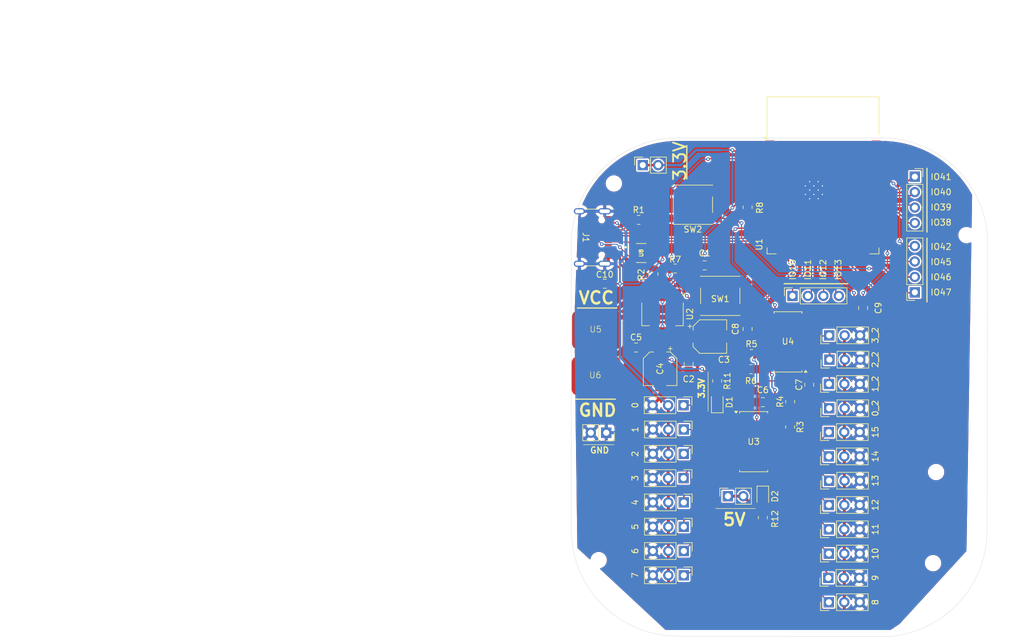
<source format=kicad_pcb>
(kicad_pcb (version 20241229) (generator "pcbnew") (generator_version "9.0")
  (layers (0 "F.Cu" signal) (2 "B.Cu" signal) (13 "F.Paste" user) (15 "B.Paste" user) (5 "F.SilkS" user "F.Silkscreen") (7 "B.SilkS" user "B.Silkscreen") (1 "F.Mask" user) (3 "B.Mask" user) (25 "Edge.Cuts" user))
  (net 0 "")
  (net 2 "Net-(J22-Pin_2)")
  (net 7 "Net-(J22-Pin_1)")
  (net 8 "Net-(J22-Pin_4)")
  (net 11 "Net-(J22-Pin_3)")
  (net 14 "Net-(J23-Pin_1)")
  (net 21 "Net-(J23-Pin_4)")
  (net 22 "Net-(J23-Pin_3)")
  (net 23 "Net-(J23-Pin_2)")
  (net 24 "IO9 SCL")
  (net 25 "GND")
  (net 26 "IO8 SDA")
  (net 27 "D-")
  (net 28 "+3.3V")
  (net 29 "D+")
  (net 31 "VCC")
  (net 32 "LED0")
  (net 33 "Net-(D1-A)")
  (net 35 "LED3")
  (net 36 "LED7")
  (net 37 "LED13")
  (net 38 "LED15")
  (net 39 "LED11")
  (net 40 "LED10")
  (net 41 "LED8")
  (net 42 "LED12")
  (net 43 "LED4")
  (net 44 "LED1")
  (net 45 "LED14")
  (net 46 "LED9")
  (net 47 "LED2")
  (net 48 "LED6")
  (net 49 "LED5")
  (net 51 "LED2_2")
  (net 52 "LED1_2")
  (net 54 "LED0_2")
  (net 57 "Net-(D2-A)")
  (net 66 "LED3_2")
  (net 68 "Net-(U1-EN)")
  (net 69 "IO0")
  (net 70 "+5V")
  (net 71 "Net-(J1-CC1)")
  (net 74 "Net-(J1-CC2)")
  (net 75 "Net-(J24-Pin_1)")
  (net 76 "Net-(J24-Pin_3)")
  (net 77 "Net-(J24-Pin_2)")
  (net 78 "Net-(J24-Pin_4)")
  (net 79 "Net-(J25-Pin_3)")
  (net 80 "Net-(J25-Pin_2)")
  (net 81 "Net-(J25-Pin_1)")
  (net 82 "Net-(J25-Pin_4)")
  (footprint "Connector_PinSocket_2.54mm:PinSocket_1x04_P2.54mm_Vertical" (layer "F.Cu") (at 132.88 78.5 90)
    (property "Reference" "J24" (hide yes))
    (property "Value" "Conn_01x04_Pin")
  )
  (footprint "Connector_PinHeader_2.54mm:PinHeader_1x03_P2.54mm_Vertical" (layer "F.Cu") (at 115 116.5 -90)
    (property "Reference" "5")
    (property "Value" "Conn_01x03_Pin" (hide yes))
  )
  (footprint "Connector_PinHeader_2.54mm:PinHeader_1x03_P2.54mm_Vertical" (layer "F.Cu") (at 138.9025 108.925 90)
    (property "Reference" "13")
    (property "Value" "Conn_01x03_Pin" (hide yes))
  )
  (footprint "Connector_PinHeader_2.54mm:PinHeader_1x03_P2.54mm_Vertical" (layer "F.Cu") (at 115 124.5 -90)
    (property "Reference" "7")
    (property "Value" "Conn_01x03_Pin" (hide yes))
  )
  (footprint "Connector_PinHeader_2.54mm:PinHeader_1x03_P2.54mm_Vertical" (layer "F.Cu") (at 115 104.5 -90)
    (property "Reference" "2")
    (property "Value" "Conn_01x03_Pin" (hide yes))
  )
  (footprint "Capacitor_SMD:C_0805_2012Metric" (layer "F.Cu") (at 125.5 83.95 -90)
    (property "Reference" "C8")
    (property "Value" "100nF")
  )
  (footprint "MountingHole:MountingHole_2.2mm_M2" (layer "F.Cu") (at 156 122.5)
    (property "Reference" "REF**" (hide yes))
    (property "Value" "MountingHole_2.2mm_M2")
  )
  (footprint "Package_TO_SOT_SMD:SOT-223-3_TabPin2" (layer "F.Cu") (at 111.5 81.5 -90)
    (property "Reference" "U2")
    (property "Value" "AMS1117-3.3")
  )
  (footprint "Capacitor_SMD:C_0805_2012Metric" (layer "F.Cu") (at 107.15 87)
    (property "Reference" "C5")
    (property "Value" "100nF")
  )
  (footprint "Connector_PinHeader_2.54mm:PinHeader_1x03_P2.54mm_Vertical" (layer "F.Cu") (at 114.96 108.5 -90)
    (property "Reference" "3")
    (property "Value" "Conn_01x03_Pin" (hide yes))
  )
  (footprint "CustomPad:pad" (layer "F.Cu") (at 96.5 88.5)
    (property "Reference" "U6")
    (property "Value" "~")
  )
  (footprint "Resistor_SMD:R_0805_2012Metric" (layer "F.Cu") (at 128 115 90)
    (property "Reference" "R12")
    (property "Value" "R")
  )
  (footprint "Connector_PinHeader_2.54mm:PinHeader_1x03_P2.54mm_Vertical" (layer "F.Cu") (at 138.92 85 90)
    (property "Reference" "J21" (hide yes))
    (property "Value" "Conn_01x03_Pin" (hide yes))
  )
  (footprint "Connector_PinHeader_2.54mm:PinHeader_1x03_P2.54mm_Vertical" (layer "F.Cu") (at 138.7825 124.925 90)
    (property "Reference" "9")
    (property "Value" "Conn_01x03_Pin" (hide yes))
  )
  (footprint "Resistor_SMD:R_0805_2012Metric" (layer "F.Cu") (at 132.5 100.0875 -90)
    (property "Reference" "R3")
    (property "Value" "R")
  )
  (footprint "Connector_PinSocket_2.54mm:PinSocket_1x04_P2.54mm_Vertical" (layer "F.Cu") (at 153 58.88)
    (property "Reference" "J22" (hide yes))
    (property "Value" "Conn_01x04_Pin")
  )
  (footprint "Capacitor_SMD:C_0805_2012Metric" (layer "F.Cu") (at 118.425 73.48 180)
    (property "Reference" "C1")
    (property "Value" "100nF")
  )
  (footprint "Connector_PinHeader_2.54mm:PinHeader_1x03_P2.54mm_Vertical" (layer "F.Cu") (at 138.8625 104.925 90)
    (property "Reference" "14")
    (property "Value" "Conn_01x03_Pin")
  )
  (footprint "CustomPad:pad" (layer "F.Cu") (at 129.939 125.05 180)
    (property "Reference" "U7" (hide yes))
    (property "Value" "~")
  )
  (footprint "Connector_PinHeader_2.54mm:PinHeader_1x03_P2.54mm_Vertical" (layer "F.Cu") (at 138.8625 116.925 90)
    (property "Reference" "11")
    (property "Value" "Conn_01x03_Pin" (hide yes))
  )
  (footprint "Package_SO:TSSOP-28_4.4x9.7mm_P0.65mm" (layer "F.Cu") (at 132.1375 86.075 180)
    (property "Reference" "U4")
    (property "Value" "PCA9685PW")
  )
  (footprint "Resistor_SMD:R_0805_2012Metric" (layer "F.Cu") (at 126.05 90.575)
    (property "Reference" "R6")
    (property "Value" "4.7k")
  )
  (footprint "Connector_PinHeader_2.54mm:PinHeader_1x03_P2.54mm_Vertical" (layer "F.Cu") (at 138.8625 128.925 90)
    (property "Reference" "8")
    (property "Value" "Conn_01x03_Pin" (hide yes))
  )
  (footprint "LED_SMD:LED_0805_2012Metric" (layer "F.Cu") (at 120.5 96.0625 90)
    (property "Reference" "D1")
    (property "Value" "LED")
  )
  (footprint "Resistor_SMD:R_0805_2012Metric" (layer "F.Cu") (at 113.5875 74 180)
    (property "Reference" "R7")
    (property "Value" "10k")
  )
  (footprint "Capacitor_SMD:C_0805_2012Metric" (layer "F.Cu") (at 115.8 89.7 90)
    (property "Reference" "C2")
    (property "Value" "100nF")
  )
  (footprint "Resistor_SMD:R_0805_2012Metric" (layer "F.Cu") (at 132.5 95.9125 90)
    (property "Reference" "R4")
    (property "Value" "4.7k")
  )
  (footprint "Connector_PinSocket_2.54mm:PinSocket_1x02_P2.54mm_Vertical" (layer "F.Cu") (at 108.25 56.975 90)
    (property "Reference" "J27" (hide yes))
    (property "Value" "Conn_01x02_Pin")
  )
  (footprint "MountingHole:MountingHole_2.2mm_M2" (layer "F.Cu") (at 161.5 68.5)
    (property "Reference" "REF**" (hide yes))
    (property "Value" "MountingHole_2.2mm_M2")
  )
  (footprint "CustomPad:pad" (layer "F.Cu") (at 96.561 80.95)
    (property "Reference" "U5")
    (property "Value" "~")
  )
  (footprint "Resistor_SMD:R_0805_2012Metric" (layer "F.Cu") (at 120.5 92.5 -90)
    (property "Reference" "R11")
    (property "Value" "R")
  )
  (footprint "Connector_PinHeader_2.54mm:PinHeader_1x03_P2.54mm_Vertical" (layer "F.Cu") (at 114.96 96.5 -90)
    (property "Reference" "0")
    (property "Value" "Conn_01x03_Pin" (hide yes))
  )
  (footprint "Connector_USB:USB_C_Receptacle_GCT_USB4105-xx-A_16P_TopMnt_Horizontal" (layer "F.Cu") (at 98.895 68.89 -90)
    (property "Reference" "J1")
    (property "Value" "USB_C_Receptacle_USB2.0_16P")
  )
  (footprint "MountingHole:MountingHole_2.2mm_M2" (layer "F.Cu") (at 156.5 107.5)
    (property "Reference" "REF**" (hide yes))
    (property "Value" "MountingHole_2.2mm_M2")
  )
  (footprint "Resistor_SMD:R_0805_2012Metric" (layer "F.Cu") (at 125.5 63.9125 -90)
    (property "Reference" "R8")
    (property "Value" "10k")
  )
  (footprint "LED_SMD:LED_0805_2012Metric" (layer "F.Cu") (at 128 111.5 -90)
    (property "Reference" "D2")
    (property "Value" "LED")
  )
  (footprint "Capacitor_SMD:CP_Elec_5x5.4" (layer "F.Cu") (at 119.3 85.2)
    (property "Reference" "C3")
    (property "Value" "10uF")
  )
  (footprint "Connector_PinSocket_2.54mm:PinSocket_1x04_P2.54mm_Vertical" (layer "F.Cu") (at 153 77.92 180)
    (property "Reference" "J23" (hide yes))
    (property "Value" "Conn_01x04_Pin")
  )
  (footprint "Resistor_SMD:R_0805_2012Metric" (layer "F.Cu") (at 107.5875 66)
    (property "Reference" "R1")
    (property "Value" "5.1k")
  )
  (footprint "MountingHole:MountingHole_2.2mm_M2" (layer "F.Cu") (at 103.5 60)
    (property "Reference" "REF**" (hide yes))
    (property "Value" "MountingHole_2.2mm_M2" (hide yes))
  )
  (footprint "Connector_PinHeader_2.54mm:PinHeader_1x03_P2.54mm_Vertical" (layer "F.Cu") (at 138.92 97 90)
    (property "Reference" "0_2")
    (property "Value" "Conn_01x03_Pin" (hide yes))
  )
  (footprint "Button_Switch_SMD:SW_SPST_PTS645" (layer "F.Cu") (at 116.5 63.5 180)
    (property "Reference" "SW2")
    (property "Value" "SW_Push")
  )
  (footprint "Connector_PinHeader_2.54mm:PinHeader_1x03_P2.54mm_Vertical" (layer "F.Cu") (at 138.8625 100.925 90)
    (property "Reference" "15")
    (property "Value" "Conn_01x03_Pin" (hide yes))
  )
  (footprint "Resistor_SMD:R_0805_2012Metric" (layer "F.Cu") (at 126.1375 88.075)
    (property "Reference" "R5")
    (property "Value" "R")
  )
  (footprint "Connector_PinHeader_2.54mm:PinHeader_1x03_P2.54mm_Vertical" (layer "F.Cu") (at 115 120.5 -90)
    (property "Reference" "6")
    (property "Value" "Conn_01x03_Pin" (hide yes))
  )
  (footprint "Connector_PinHeader_2.54mm:PinHeader_1x03_P2.54mm_Vertical" (layer "F.Cu") (at 138.88 93 90)
    (property "Reference" "J19" (hide yes))
    (property "Value" "Conn_01x03_Pin")
  )
  (footprint "MountingHole:MountingHole_2.2mm_M2" (layer "F.Cu") (at 101 122)
    (property "Reference" "REF**" (hide yes))
    (property "Value" "MountingHole_2.2mm_M2")
  )
  (footprint "Capacitor_SMD:C_0805_2012Metric" (layer "F.Cu") (at 144.5 80.5 -90)
    (property "Reference" "C9")
    (property "Value" "100nF")
  )
  (footprint "Connector_PinSocket_2.54mm:PinSocket_1x02_P2.54mm_Vertical" (layer "F.Cu") (at 102.25 101.025 -90)
    (property "Reference" "J26" (hide yes))
    (property "Value" "Conn_01x02_Pin")
  )
  (footprint "Connector_PinHeader_2.54mm:PinHeader_1x03_P2.54mm_Vertical" (layer "F.Cu") (at 138.8625 120.925 90)
    (property "Reference" "10")
    (property "Value" "Conn_01x03_Pin" (hide yes))
  )
  (footprint "RF_Module:ESP32-S3-WROOM-1" (layer "F.Cu") (at 137.9 58.64)
    (property "Reference" "U1")
    (property "Value" "ESP32-S3-WROOM-1")
  )
  (footprint "Button_Switch_SMD:SW_SPST_PTS645" (layer "F.Cu") (at 121 78.5 180)
    (property "Reference" "SW1")
    (property "Value" "SW_Push")
  )
  (footprint "Resistor_SMD:R_0805_2012Metric" (layer "F.Cu") (at 110 74.9125 90)
    (property "Reference" "R2")
    (property "Value" "5.1k")
  )
  (footprint "Connector_PinHeader_2.54mm:PinHeader_1x03_P2.54mm_Vertical" (layer "F.Cu") (at 138.96 89 90)
    (property "Reference" "2_2")
    (property "Value" "Conn_01x03_Pin" (hide yes))
  )
  (footprint "Package_SO:TSSOP-28_4.4x9.7mm_P0.65mm" (layer "F.Cu") (at 126.5 102.5)
    (property "Reference" "U3")
    (property "Value" "PCA9685PW")
  )
  (footprint "Capacitor_SMD:C_0805_2012Metric" (layer "F.Cu") (at 135.6375 93.125 90)
    (property "Reference" "C7")
    (property "Value" "100nF")
  )
  (footprint "Connector_PinHeader_2.54mm:PinHeader_1x03_P2.54mm_Vertical" (layer "F.Cu") (at 115 100.5 -90)
    (property "Reference" "1")
    (property "Value" "Conn_01x03_Pin" (hide yes))
  )
  (footprint "Connector_PinSocket_2.54mm:PinSocket_1x02_P2.54mm_Vertical" (layer "F.Cu") (at 122.25 111.475 90)
    (property "Reference" "J28" (hide yes))
    (property "Value" "Conn_01x02_Pin")
  )
  (footprint "Connector_PinHeader_2.54mm:PinHeader_1x03_P2.54mm_Vertical" (layer "F.Cu") (at 115 112.5 -90)
    (property "Reference" "4")
    (property "Value" "Conn_01x03_Pin" (hide yes))
  )
  (footprint "USBLC6-2SC6:USBLC6-2SC6" (layer "F.Cu") (at 108 71.45)
    (property "Reference" "U8")
    (property "Value" "USBLC6-2SC6" (hide yes))
  )
  (footprint "Capacitor_SMD:C_0805_2012Metric" (layer "F.Cu") (at 128 96)
    (property "Reference" "C6")
    (property "Value" "100nF")
  )
  (footprint "Capacitor_SMD:CP_Elec_5x5.4" (layer "F.Cu") (at 111.1 90.5 -90)
    (property "Reference" "C4")
    (property "Value" "10uF")
  )
  (footprint "Connector_PinHeader_2.54mm:PinHeader_1x03_P2.54mm_Vertical" (layer "F.Cu") (at 138.8625 112.925 90)
    (property "Reference" "12")
    (property "Value" "Conn_01x03_Pin" (hide yes))
  )
  (footprint "Capacitor_SMD:C_0805_2012Metric" (layer "F.Cu") (at 102 76.5 180)
    (property "Reference" "C10")
    (property "Value" "100nF")
  )
  (gr_line (start 155 57.5) (end 155 68) (stroke (width 0.2)) (layer "F.SilkS"))
  (gr_line (start 115.5 53.75) (end 115.5 59.25) (stroke (width 0.2)) (layer "F.SilkS"))
  (gr_line (start 103.75 95.5) (end 97.25 95.5) (stroke (width 0.2)) (layer "F.SilkS"))
  (gr_line (start 98.5 103) (end 103.5 103) (stroke (width 0.1)) (layer "F.SilkS"))
  (gr_line (start 155 69) (end 155 79.5) (stroke (width 0.2)) (layer "F.SilkS"))
  (gr_line (start 131.5 76.5) (end 142 76.5) (stroke (width 0.2)) (layer "F.SilkS"))
  (gr_line (start 119 91) (end 119 97.5) (stroke (width 0.1)) (layer "F.SilkS"))
  (gr_line (start 126.75 113.5) (end 120.25 113.5) (stroke (width 0.1)) (layer "F.SilkS"))
  (gr_line (start 97.5 80.5) (end 104 80.5) (stroke (width 0.2)) (layer "F.SilkS"))
  (gr_line (start 147.5 52.5) (end 114 52.5) (stroke (width 0.05)) (layer "Edge.Cuts"))
  (gr_line (start 96.5 85) (end 96.5 100.5) (stroke (width 0.05)) (layer "Edge.Cuts"))
  (gr_line (start 96.5 75) (end 96.5 85) (stroke (width 0.05)) (layer "Edge.Cuts"))
  (gr_arc (start 96.5 70) (mid 101.625631 57.625631) (end 114 52.5) (stroke (width 0.05)) (layer "Edge.Cuts"))
  (gr_line (start 165 70) (end 164.874369 117.125631) (stroke (width 0.05)) (layer "Edge.Cuts"))
  (gr_arc (start 114 134.5) (mid 101.625631 129.374369) (end 96.5 117) (stroke (width 0.05)) (layer "Edge.Cuts"))
  (gr_line (start 96.5 70) (end 96.5 75) (stroke (width 0.05)) (layer "Edge.Cuts"))
  (gr_arc (start 147.5 52.5) (mid 159.874369 57.625631) (end 165 70) (stroke (width 0.05)) (layer "Edge.Cuts"))
  (gr_line (start 147.37437 134.625631) (end 114 134.5) (stroke (width 0.05)) (layer "Edge.Cuts"))
  (gr_arc (start 164.87437 117.125631) (mid 159.748739 129.5) (end 147.37437 134.625631) (stroke (width 0.05)) (layer "Edge.Cuts"))
  (gr_line (start 96.5 100.5) (end 96.5 117) (stroke (width 0.05)) (layer "Edge.Cuts"))
  (gr_text "IO11" (at 136 76 90) (layer "F.SilkS") (effects (font (size 1 1)) (justify left bottom)))
  (gr_text "IO41" (at 155.5 59.5 0) (layer "F.SilkS") (effects (font (size 1 1)) (justify left bottom)))
  (gr_text "IO45" (at 155.5 73.5 0) (layer "F.SilkS") (effects (font (size 1 1)) (justify left bottom)))
  (gr_text "3_2" (at 146.5 85 90) (layer "F.SilkS") (effects (font (size 1 1))))
  (gr_text "IO13" (at 141 76 90) (layer "F.SilkS") (effects (font (size 1 1)) (justify left bottom)))
  (gr_text "3.3V" (at 118.5 95.5 90) (layer "F.SilkS") (effects (font (size 1 1) (thickness 0.25) (bold yes)) (justify left bottom)))
  (gr_text "IO38" (at 155.5 67 0) (layer "F.SilkS") (effects (font (size 1 1)) (justify left bottom)))
  (gr_text "IO47" (at 155.5 78.5 0) (layer "F.SilkS") (effects (font (size 1 1)) (justify left bottom)))
  (gr_text "GND" (at 99.5 104.5 0) (layer "F.SilkS") (effects (font (size 1 1) (thickness 0.2) (bold yes)) (justify left bottom)))
  (gr_text "5V" (at 121.25 116.5 0) (layer "F.SilkS") (effects (font (size 2 2) (thickness 0.4) (bold yes)) (justify left bottom)))
  (gr_text "IO40" (at 155.5 62 0) (layer "F.SilkS") (effects (font (size 1 1)) (justify left bottom)))
  (gr_text "IO42" (at 155.5 71 0) (layer "F.SilkS") (effects (font (size 1 1)) (justify left bottom)))
  (gr_text "1_2" (at 146.5 93 90) (layer "F.SilkS") (effects (font (size 1 1))))
  (gr_text "IO12" (at 138.5 76 90) (layer "F.SilkS") (effects (font (size 1 1)) (justify left bottom)))
  (gr_text "VCC" (at 97.5 80 0) (layer "F.SilkS") (effects (font (size 2 2) (thickness 0.4) (bold yes)) (justify left bottom)))
  (gr_text "IO10" (at 133.5 76 90) (layer "F.SilkS") (effects (font (size 1 1)) (justify left bottom)))
  (gr_text "GND" (at 97.5 98.5 0) (layer "F.SilkS") (effects (font (size 2 2) (thickness 0.4) (bold yes)) (justify left bottom)))
  (gr_text "IO46" (at 155.5 76 0) (layer "F.SilkS") (effects (font (size 1 1)) (justify left bottom)))
  (gr_text "3.3V" (at 115.5 59.75 90) (layer "F.SilkS") (effects (font (size 2 2) (thickness 0.3)) (justify left bottom)))
  (gr_text "IO39" (at 155.5 64.5 0) (layer "F.SilkS") (effects (font (size 1 1)) (justify left bottom)))
  (segment (start 152.42 62) (end 146.92 62) (width 0.2) (layer "F.Cu") (net 2))
  (segment (start 153 61.42) (end 152.42 62) (width 0.2) (layer "F.Cu") (net 2))
  (segment (start 146.92 62) (end 146.65 62.27) (width 0.2) (layer "F.Cu") (net 2))
  (segment (start 146.65 61) (end 150.5 61) (width 0.2) (layer "F.Cu") (net 7))
  (segment (start 152.5 59) (end 152.88 59) (width 0.2) (layer "F.Cu") (net 7))
  (segment (start 152.88 59) (end 153 58.88) (width 0.2) (layer "F.Cu") (net 7))
  (segment (start 150.5 61) (end 152.5 59) (width 0.2) (layer "F.Cu") (net 7))
  (segment (start 146.65 64.81) (end 150.31 64.81) (width 0.2) (layer "F.Cu") (net 8))
  (segment (start 152 66.5) (end 153 66.5) (width 0.2) (layer "F.Cu") (net 8))
  (segment (start 150.31 64.81) (end 152 66.5) (width 0.2) (layer "F.Cu") (net 8))
  (segment (start 152.58 63.54) (end 153 63.96) (width 0.2) (layer "F.Cu") (net 11))
  (segment (start 146.65 63.54) (end 152.58 63.54) (width 0.2) (layer "F.Cu") (net 11))
  (segment (start 142.345 73.345) (end 147 78) (width 0.2) (layer "F.Cu") (net 14))
  (segment (start 142.345 71.14) (end 142.345 73.345) (width 0.2) (layer "F.Cu") (net 14))
  (segment (start 147 78) (end 152.92 78) (width 0.2) (layer "F.Cu") (net 14))
  (segment (start 152.92 78) (end 153 77.92) (width 0.2) (layer "F.Cu") (net 14))
  (segment (start 149.23 59.73) (end 149.5 60) (width 0.2) (layer "F.Cu") (net 21))
  (segment (start 153 70.3) (end 151.3 70.3) (width 0.2) (layer "F.Cu") (net 21))
  (segment (start 146.65 59.73) (end 149.23 59.73) (width 0.2) (layer "F.Cu") (net 21))
  (segment (start 151.3 70.3) (end 150.5 69.5) (width 0.2) (layer "F.Cu") (net 21))
  (via (at 150.5 69.5) (size 0.6) (drill 0.3) (layers "F.Cu" "B.Cu") (net 21))
  (via (at 149.5 60) (size 0.6) (drill 0.3) (layers "F.Cu" "B.Cu") (net 21))
  (segment (start 150.5 61) (end 149.5 60) (width 0.2) (layer "B.Cu") (net 21))
  (segment (start 150.5 69.5) (end 150.5 61) (width 0.2) (layer "B.Cu") (net 21))
  (segment (start 146.585 72.84) (end 144.885 71.14) (width 0.2) (layer "F.Cu") (net 22))
  (segment (start 153 72.84) (end 146.585 72.84) (width 0.2) (layer "F.Cu") (net 22))
  (segment (start 132.185 71.14) (end 132.185 72.685) (width 0.25) (layer "F.Cu") (net 23))
  (segment (start 148 74) (end 149.38 75.38) (width 0.25) (layer "F.Cu") (net 23))
  (segment (start 132.185 72.685) (end 132.5 73) (width 0.25) (layer "F.Cu") (net 23))
  (segment (start 145.5 74) (end 148 74) (width 0.25) (layer "F.Cu") (net 23))
  (segment (start 149.38 75.38) (end 153 75.38) (width 0.25) (layer "F.Cu") (net 23))
  (via (at 132.5 73) (size 0.6) (drill 0.3) (layers "F.Cu" "B.Cu") (net 23))
  (via (at 145.5 74) (size 0.6) (drill 0.3) (layers "F.Cu" "B.Cu") (net 23))
  (segment (start 139 74) (end 145.5 74) (width 0.25) (layer "B.Cu") (net 23))
  (segment (start 132.5 73) (end 133.5 74) (width 0.25) (layer "B.Cu") (net 23))
  (segment (start 133.5 74) (end 139 74) (width 0.25) (layer "B.Cu") (net 23))
  (segment (start 126.5 89) (end 126.5 88.625) (width 0.2) (layer "F.Cu") (net 24))
  (segment (start 129.3625 99.575) (end 127.575 99.575) (width 0.2) (layer "F.Cu") (net 24))
  (segment (start 133.455 74.045) (end 127.05 80.45) (width 0.2) (layer "F.Cu") (net 24))
  (segment (start 126.5 88.625) (end 127.05 88.075) (width 0.2) (layer "F.Cu") (net 24))
  (segment (start 129.275 89) (end 127.975 89) (width 0.2) (layer "F.Cu") (net 24))
  (segment (start 133.455 71.14) (end 133.455 74.045) (width 0.2) (layer "F.Cu") (net 24))
  (segment (start 127.05 80.45) (end 127.05 88.075) (width 0.2) (layer "F.Cu") (net 24))
  (segment (start 127 99) (end 127 98.5) (width 0.2) (layer "F.Cu") (net 24))
  (segment (start 130.65 99.575) (end 132.075 101) (width 0.2) (layer "F.Cu") (net 24))
  (segment (start 127.575 99.575) (end 127 99) (width 0.2) (layer "F.Cu") (net 24))
  (segment (start 132.075 101) (end 132.5 101) (width 0.2) (layer "F.Cu") (net 24))
  (segment (start 129.3625 99.575) (end 130.65 99.575) (width 0.2) (layer "F.Cu") (net 24))
  (segment (start 127.975 89) (end 127.05 88.075) (width 0.2) (layer "F.Cu") (net 24))
  (via (at 126.5 89) (size 0.6) (drill 0.3) (layers "F.Cu" "B.Cu") (net 24))
  (via (at 127 98.5) (size 0.6) (drill 0.3) (layers "F.Cu" "B.Cu") (net 24))
  (segment (start 127 89.5) (end 126.5 89) (width 0.2) (layer "B.Cu") (net 24))
  (segment (start 127 98.5) (end 127 89.5) (width 0.2) (layer "B.Cu") (net 24))
  (segment (start 130.85 89.65) (end 131.5 89) (width 0.2) (layer "F.Cu") (net 26))
  (segment (start 130 80.5) (end 130 80) (width 0.2) (layer "F.Cu") (net 26))
  (segment (start 131 81.5) (end 130 80.5) (width 0.2) (layer "F.Cu") (net 26))
  (segment (start 131.5 89) (end 131.5 82) (width 0.2) (layer "F.Cu") (net 26))
  (segment (start 123.65 67.35) (end 129.15 67.35) (width 0.2) (layer "F.Cu") (net 26))
  (segment (start 130.575 98.925) (end 129.3625 98.925) (width 0.2) (layer "F.Cu") (net 26))
  (segment (start 127.075 90.575) (end 126.9625 90.575) (width 0.2) (layer "F.Cu") (net 26))
  (segment (start 129.275 89.65) (end 130.85 89.65) (width 0.2) (layer "F.Cu") (net 26))
  (segment (start 123.5 67.5) (end 123.65 67.35) (width 0.2) (layer "F.Cu") (net 26))
  (segment (start 132 95) (end 131 96) (width 0.2) (layer "F.Cu") (net 26))
  (segment (start 132.5 95) (end 132 95) (width 0.2) (layer "F.Cu") (net 26))
  (segment (start 132.5 95) (end 130 92.5) (width 0.2) (layer "F.Cu") (net 26))
  (segment (start 131 98.5) (end 130.575 98.925) (width 0.2) (layer "F.Cu") (net 26))
  (segment (start 129.275 89.65) (end 127.8875 89.65) (width 0.2) (layer "F.Cu") (net 26))
  (segment (start 130 92.5) (end 129 92.5) (width 0.2) (layer "F.Cu") (net 26))
  (segment (start 127.8875 89.65) (end 126.9625 90.575) (width 0.2) (layer "F.Cu") (net 26))
  (segment (start 131.5 82) (end 131 81.5) (width 0.2) (layer "F.Cu") (net 26))
  (segment (start 129 92.5) (end 127.075 90.575) (width 0.2) (layer "F.Cu") (net 26))
  (segment (start 131 96) (end 131 98.5) (width 0.2) (layer "F.Cu") (net 26))
  (via (at 123.5 67.5) (size 0.6) (drill 0.3) (layers "F.Cu" "B.Cu") (net 26))
  (via (at 130 80) (size 0.6) (drill 0.3) (layers "F.Cu" "B.Cu") (net 26))
  (segment (start 123 68) (end 123.5 67.5) (width 0.2) (layer "B.Cu") (net 26))
  (segment (start 130 80) (end 123 73) (width 0.2) (layer "B.Cu") (net 26))
  (segment (start 123 73) (end 123 70) (width 0.2) (layer "B.Cu") (net 26))
  (segment (start 123 70) (end 123 68) (width 0.2) (layer "B.Cu") (net 26))
  (segment (start 101.36 68.14) (end 101 68.5) (width 0.15) (layer "F.Cu") (net 27))
  (segment (start 106.4 72.4) (end 104.5 70.5) (width 0.15) (layer "F.Cu") (net 27))
  (segment (start 107.348198 69.03) (end 106.483198 68.165) (width 0.2) (layer "F.Cu") (net 27))
  (segment (start 101.07 68.93) (end 101.28 69.14) (width 0.15) (layer "F.Cu") (net 27))
  (segment (start 127.614999 69.03) (end 107.348198 69.03) (width 0.2) (layer "F.Cu") (net 27))
  (segment (start 101 68.5) (end 101 68.86) (width 0.15) (layer "F.Cu") (net 27))
  (segment (start 106.483198 68.165) (end 103.462501 68.165) (width 0.2) (layer "F.Cu") (net 27))
  (segment (start 106.745 72.4) (end 106.4 72.4) (width 0.15) (layer "F.Cu") (net 27))
  (segment (start 100.86 69.14) (end 101.07 68.93) (width 0.15) (layer "F.Cu") (net 27))
  (segment (start 100.86 69.36) (end 100.86 69.14) (width 0.15) (layer "F.Cu") (net 27))
  (segment (start 102.575 68.14) (end 101.36 68.14) (width 0.15) (layer "F.Cu") (net 27))
  (segment (start 129.15 68.62) (end 128.024999 68.62) (width 0.2) (layer "F.Cu") (net 27))
  (segment (start 101 68.86) (end 101.07 68.93) (width 0.15) (layer "F.Cu") (net 27))
  (segment (start 128.024999 68.62) (end 127.614999 69.03) (width 0.2) (layer "F.Cu") (net 27))
  (segment (start 103.462501 68.165) (end 103.437501 68.14) (width 0.2) (layer "F.Cu") (net 27))
  (segment (start 103.437501 68.14) (end 102.575 68.14) (width 0.2) (layer "F.Cu") (net 27))
  (segment (start 101.28 69.14) (end 102.575 69.14) (width 0.15) (layer "F.Cu") (net 27))
  (segment (start 101.5 70) (end 100.86 69.36) (width 0.15) (layer "F.Cu") (net 27))
  (via (at 101.5 70) (size 0.6) (drill 0.3) (layers "F.Cu" "B.Cu") (net 27))
  (via (at 104.5 70.5) (size 0.6) (drill 0.3) (layers "F.Cu" "B.Cu") (net 27))
  (segment (start 104 70) (end 101.5 70) (width 0.15) (layer "B.Cu") (net 27))
  (segment (start 104.5 70.5) (end 104 70) (width 0.15) (layer "B.Cu") (net 27))
  (segment (start 111.5 84.65) (end 111.5 83.5) (width 0.25) (layer "F.Cu") (net 28))
  (segment (start 125.5 63) (end 124 63) (width 0.25) (layer "F.Cu") (net 28))
  (segment (start 136 91.8125) (end 136 91) (width 0.2) (layer "F.Cu") (net 28))
  (segment (start 132.675 99) (end 132.5 99.175) (width 0.2) (layer "F.Cu") (net 28))
  (segment (start 116.955 74) (end 117.475 73.48) (width 0.25) (layer "F.Cu") (net 28))
  (segment (start 134 96) (end 134 93) (width 0.4) (layer "F.Cu") (net 28))
  (segment (start 114.5 75) (end 114.5 74) (width 0.25) (layer "F.Cu") (net 28))
  (segment (start 128.95 96) (end 128.95 97.8625) (width 0.2) (layer "F.Cu") (net 28))
  (segment (start 129.275 90.3) (end 131.3 90.3) (width 0.2) (layer "F.Cu") (net 28))
  (segment (start 120.5 91.5875) (end 124.125 91.5875) (width 0.25) (layer "F.Cu") (net 28))
  (segment (start 134 93) (end 134.825 92.175) (width 0.2) (layer "F.Cu") (net 28))
  (segment (start 128.95 93.95) (end 128 93) (width 0.4) (layer "F.Cu") (net 28))
  (segment (start 124.125 91.5875) (end 125.1375 90.575) (width 0.25) (layer "F.Cu") (net 28))
  (segment (start 134.8 90.5) (end 135 90.3) (width 0.2) (layer "F.Cu") (net 28))
  (segment (start 117.475 72.525) (end 118.5 71.5) (width 0.25) (layer "F.Cu") (net 28))
  (segment (start 135.3 90.3) (end 135 90.3) (width 0.2) (layer "F.Cu") (net 28))
  (segment (start 117.475 73.48) (end 117.475 72.525) (width 0.25) (layer "F.Cu") (net 28))
  (segment (start 134.825 92.175) (end 135.6375 92.175) (width 0.2) (layer "F.Cu") (net 28))
  (segment (start 126.5 93) (end 125.5 92) (width 0.4) (layer "F.Cu") (net 28))
  (segment (start 111.1 84.7) (end 111.1 88.3) (width 0.4) (layer "F.Cu") (net 28))
  (segment (start 133.5 90.5) (end 131.5 90.5) (width 0.4) (layer "F.Cu") (net 28))
  (segment (start 120.5 91.5875) (end 119.0875 91.5875) (width 0.2) (layer "F.Cu") (net 28))
  (segment (start 135.6375 92.175) (end 136 91.8125) (width 0.2) (layer "F.Cu") (net 28))
  (segment (start 133.175 96.825) (end 134 96) (width 0.2) (layer "F.Cu") (net 28))
  (segment (start 110.79 56.975) (end 108.25 56.975) (width 0.4) (layer "F.Cu") (net 28))
  (segment (start 131.3 90.3) (end 131.5 90.5) (width 0.2) (layer "F.Cu") (net 28))
  (segment (start 128.95 96) (end 128.95 93.95) (width 0.4) (layer "F.Cu") (net 28))
  (segment (start 111.3 84.5) (end 111.1 84.7) (width 0.4) (layer "F.Cu") (net 28))
  (segment (start 109.8 87) (end 111.1 88.3) (width 0.3) (layer "F.Cu") (net 28))
  (segment (start 123.15 54.65) (end 123 54.5) (width 0.25) (layer "F.Cu") (net 28))
  (segment (start 124 63) (end 123 64) (width 0.25) (layer "F.Cu") (net 28))
  (segment (start 133.5 90.5) (end 134.8 90.5) (width 0.2) (layer "F.Cu") (net 28))
  (segment (start 128.95 97.8625) (end 129.3625 98.275) (width 0.2) (layer "F.Cu") (net 28))
  (segment (start 129.275 91) (end 129.275 90.3) (width 0.2) (layer "F.Cu") (net 28))
  (segment (start 132.5 99.175) (end 132.5 96.825) (width 0.2) (layer "F.Cu") (net 28))
  (segment (start 125.1375 90.575) (end 125.1375 91.6375) (width 0.2) (layer "F.Cu") (net 28))
  (segment (start 128 93) (end 126.5 93) (width 0.4) (layer "F.Cu") (net 28))
  (segment (start 114.5 74) (end 116.955 74) (width 0.25) (layer "F.Cu") (net 28))
  (segment (start 125.1375 91.6375) (end 125.5 92) (width 0.2) (layer "F.Cu") (net 28))
  (segment (start 108.1 87) (end 109.8 87) (width 0.3) (layer "F.Cu") (net 28))
  (segment (start 129.275 91) (end 129.275 91.275) (width 0.2) (layer "F.Cu") (net 28))
  (segment (start 111.5 78.35) (end 111.5 78) (width 0.25) (layer "F.Cu") (net 28))
  (segment (start 125.1375 90.575) (end 125.1375 88.1625) (width 0.2) (layer "F.Cu") (net 28))
  (segment (start 125.5 54.65) (end 123.15 54.65) (width 0.25) (layer "F.Cu") (net 28))
  (segment (start 136 91) (end 135.3 90.3) (width 0.2) (layer "F.Cu") (net 28))
  (segment (start 130 94.95) (end 130 94) (width 0.25) (layer "F.Cu") (net 28))
  (segment (start 129.275 91.275) (end 129.5 91.5) (width 0.2) (layer "F.Cu") (net 28))
  (segment (start 111.8 89) (end 111.1 88.3) (width 0.3) (layer "F.Cu") (net 28))
  (segment (start 111.5 78) (end 114.5 75) (width 0.25) (layer "F.Cu") (net 28))
  (segment (start 130 94.95) (end 128.95 96) (width 0.25) (layer "F.Cu") (net 28))
  (segment (start 132.5 96.825) (end 133.175 96.825) (width 0.2) (layer "F.Cu") (net 28))
  (segment (start 125.1375 88.1625) (end 125.225 88.075) (width 0.2) (layer "F.Cu") (net 28))
  (segment (start 111.5 78.35) (end 111.5 79.5) (width 0.25) (layer "F.Cu") (net 28))
  (segment (start 119.0875 91.5875) (end 118 90.5) (width 0.25) (layer "F.Cu") (net 28))
  (segment (start 113 89) (end 111.8 89) (width 0.25) (layer "F.Cu") (net 28))
  (segment (start 129.15 54.65) (end 125.5 54.65) (width 0.25) (layer "F.Cu") (net 28))
  (via (at 111.5 83.5) (size 0.6) (drill 0.3) (layers "F.Cu" "B.Cu") (net 28))
  (via (at 111.5 79.5) (size 0.6) (drill 0.3) (layers "F.Cu" "B.Cu") (net 28))
  (via (at 113 89) (size 0.6) (drill 0.3) (layers "F.Cu" "B.Cu") (net 28))
  (via (at 123 54.5) (size 0.6) (drill 0.3) (layers "F.Cu" "B.Cu") (net 28))
  (via (at 118.5 71.5) (size 0.6) (drill 0.3) (layers "F.Cu" "B.Cu") (net 28))
  (via (at 129.5 91.5) (size 0.6) (drill 0.3) (layers "F.Cu" "B.Cu") (net 28))
  (via (at 130 94) (size 0.6) (drill 0.3) (layers "F.Cu" "B.Cu") (net 28))
  (via (at 118 90.5) (size 0.6) (drill 0.3) (layers "F.Cu" "B.Cu") (net 28))
  (via (at 123 64) (size 0.6) (drill 0.3) (layers "F.Cu" "B.Cu") (net 28))
  (segment (start 114.525 56.975) (end 110.79 56.975) (width 0.4) (layer "B.Cu") (net 28))
  (segment (start 121 54.5) (end 117 54.5) (width 0.4) (layer "B.Cu") (net 28))
  (segment (start 118 90.5) (end 116.5 90.5) (width 0.25) (layer "B.Cu") (net 28))
  (segment (start 118.5 71.5) (end 118.5 68.5) (width 0.25) (layer "B.Cu") (net 28))
  (segment (start 121 54.5) (end 123 54.5) (width 0.25) (layer "B.Cu") (net 28))
  (segment (start 113.5 89.5) (end 114.5 90.5) (width 0.4) (layer "B.Cu") (net 28))
  (segment (start 111.5 79.5) (end 111.5 83.5) (width 0.25) (layer "B.Cu") (net 28))
  (segment (start 117 54.5) (end 114.525 56.975) (width 0.4) (layer "B.Cu") (net 28))
  (segment (start 123 54.5) (end 123 64) (width 0.25) (layer "B.Cu") (net 28))
  (segment (start 118.5 68.5) (end 123 64) (width 0.25) (layer "B.Cu") (net 28))
  (segment (start 129.5 91.5) (end 129.5 93.5) (width 0.25) (layer "B.Cu") (net 28))
  (segment (start 114.5 90.5) (end 116.5 90.5) (width 0.4) (layer "B.Cu") (net 28))
  (segment (start 113.5 89.5) (end 113 89) (width 0.25) (layer "B.Cu") (net 28))
  (segment (start 129.5 93.5) (end 130 94) (width 0.25) (layer "B.Cu") (net 28))
  (segment (start 105.885 69.64) (end 102.575 69.64) (width 0.15) (layer "F.Cu") (net 29))
  (segment (start 106.745 70.5) (end 105.885 69.64) (width 0.15) (layer "F.Cu") (net 29))
  (segment (start 104 69.25) (end 104 69) (width 0.15) (layer "F.Cu") (net 29))
  (segment (start 102.575 69.64) (end 102.575 69.566) (width 0.15) (layer "F.Cu") (net 29))
  (segment (start 107.161802 69.48) (end 106.296802 68.615) (width 0.2) (layer "F.Cu") (net 29))
  (segment (start 103.684 69.566) (end 104 69.25) (width 0.15) (layer "F.Cu") (net 29))
  (segment (start 127.614999 69.48) (end 107.161802 69.48) (width 0.2) (layer "F.Cu") (net 29))
  (segment (start 102.575 68.714) (end 102.575 68.64) (width 0.15) (layer "F.Cu") (net 29))
  (segment (start 104 69) (end 103.714 68.714) (width 0.15) (layer "F.Cu") (net 29))
  (segment (start 129.15 69.89) (end 128.024999 69.89) (width 0.2) (layer "F.Cu") (net 29))
  (segment (start 103.714 68.714) (end 102.575 68.714) (width 0.15) (layer "F.Cu") (net 29))
  (segment (start 106.296802 68.615) (end 103.462501 68.615) (width 0.2) (layer "F.Cu") (net 29))
  (segment (start 103.462501 68.615) (end 103.437501 68.64) (width 0.2) (layer "F.Cu") (net 29))
  (segment (start 128.024999 69.89) (end 127.614999 69.48) (width 0.2) (layer "F.Cu") (net 29))
  (segment (start 103.437501 68.64) (end 102.575 68.64) (width 0.2) (layer "F.Cu") (net 29))
  (segment (start 102.575 69.566) (end 103.684 69.566) (width 0.15) (layer "F.Cu") (net 29))
  (segment (start 100.65675 84.125) (end 106.43175 78.35) (width 0.7) (layer "F.Cu") (net 31))
  (segment (start 115.8 88.75) (end 115.8 86.5) (width 0.5) (layer "F.Cu") (net 31))
  (segment (start 117.1 84.1) (end 115 82) (width 0.8) (layer "F.Cu") (net 31))
  (segment (start 115.8 86.5) (end 117.1 85.2) (width 0.7) (layer "F.Cu") (net 31))
  (segment (start 115 82) (end 102.78175 82) (width 0.8) (layer "F.Cu") (net 31))
  (segment (start 106.43175 78.35) (end 109.2 78.35) (width 0.7) (layer "F.Cu") (net 31))
  (segment (start 102.78175 82) (end 100.65675 84.125) (width 0.7) (layer "F.Cu") (net 31))
  (segment (start 117.1 85.2) (end 117.1 84.1) (width 0.7) (layer "F.Cu") (net 31))
  (segment (start 117 96.5) (end 122.025 101.525) (width 0.2) (layer "F.Cu") (net 32))
  (segment (start 122.025 101.525) (end 123.6375 101.525) (width 0.2) (layer "F.Cu") (net 32))
  (segment (start 114.96 96.5) (end 117 96.5) (width 0.2) (layer "F.Cu") (net 32))
  (segment (start 120.5 95.125) (end 120.5 93.4125) (width 0.2) (layer "F.Cu") (net 33))
  (segment (start 123.6125 103.5) (end 123.6375 103.475) (width 0.2) (layer "F.Cu") (net 35))
  (segment (start 119.5 103.5) (end 123.6125 103.5) (width 0.2) (layer "F.Cu") (net 35))
  (segment (start 114.96 108.5) (end 114.96 108.04) (width 0.2) (layer "F.Cu") (net 35))
  (segment (start 114.96 108.04) (end 119.5 103.5) (width 0.2) (layer "F.Cu") (net 35))
  (segment (start 121.425 106.075) (end 120.5 107) (width 0.2) (layer "F.Cu") (net 36))
  (segment (start 120.5 107) (end 120.5 119.5) (width 0.2) (layer "F.Cu") (net 36))
  (segment (start 120.5 119.5) (end 115.5 124.5) (width 0.2) (layer "F.Cu") (net 36))
  (segment (start 115.5 124.5) (end 115 124.5) (width 0.2) (layer "F.Cu") (net 36))
  (segment (start 123.6375 106.075) (end 121.425 106.075) (width 0.2) (layer "F.Cu") (net 36))
  (segment (start 133.4525 103.475) (end 138.9025 108.925) (width 0.2) (layer "F.Cu") (net 37))
  (segment (start 129.3625 103.475) (end 133.4525 103.475) (width 0.2) (layer "F.Cu") (net 37))
  (segment (start 137.6125 102.175) (end 138.8625 100.925) (width 0.2) (layer "F.Cu") (net 38))
  (segment (start 129.3625 102.175) (end 137.6125 102.175) (width 0.2) (layer "F.Cu") (net 38))
  (segment (start 135.5 113.5625) (end 138.8625 116.925) (width 0.2) (layer "F.Cu") (net 39))
  (segment (start 131.775 104.775) (end 135.5 108.5) (width 0.2) (layer "F.Cu") (net 39))
  (segment (start 129.3625 104.775) (end 131.775 104.775) (width 0.2) (layer "F.Cu") (net 39))
  (segment (start 135.5 108.5) (end 135.5 113.5625) (width 0.2) (layer "F.Cu") (net 39))
  (segment (start 130.925 105.425) (end 134.5 109) (width 0.2) (layer "F.Cu") (net 40))
  (segment (start 134.5 116.5625) (end 138.8625 120.925) (width 0.2) (layer "F.Cu") (net 40))
  (segment (start 129.3625 105.425) (end 130.925 105.425) (width 0.2) (layer "F.Cu") (net 40))
  (segment (start 134.5 109) (end 134.5 116.5625) (width 0.2) (layer "F.Cu") (net 40))
  (segment (start 129.3625 106.725) (end 132.5 109.8625) (width 0.2) (layer "F.Cu") (net 41))
  (segment (start 132.5 122.5625) (end 138.8625 128.925) (width 0.2) (layer "F.Cu") (net 41))
  (segment (start 132.5 109.8625) (end 132.5 122.5625) (width 0.2) (layer "F.Cu") (net 41))
  (segment (start 129.3625 104.125) (end 132.625 104.125) (width 0.2) (layer "F.Cu") (net 42))
  (segment (start 136.5 108) (end 136.5 110.5625) (width 0.2) (layer "F.Cu") (net 42))
  (segment (start 136.5 110.5625) (end 138.8625 112.925) (width 0.2) (layer "F.Cu") (net 42))
  (segment (start 132.625 104.125) (end 136.5 108) (width 0.2) (layer "F.Cu") (net 42))
  (segment (start 115 111.5) (end 115 112.5) (width 0.2) (layer "F.Cu") (net 43))
  (segment (start 118 106.5) (end 118 108.5) (width 0.2) (layer "F.Cu") (net 43))
  (segment (start 123.6375 104.125) (end 120.375 104.125) (width 0.2) (layer "F.Cu") (net 43))
  (segment (start 120.375 104.125) (end 118 106.5) (width 0.2) (layer "F.Cu") (net 43))
  (segment (start 118 108.5) (end 115 111.5) (width 0.2) (layer "F.Cu") (net 43))
  (segment (start 121.675 102.175) (end 123.6375 102.175) (width 0.2) (layer "F.Cu") (net 44))
  (segment (start 115 100.5) (end 120 100.5) (width 0.2) (layer "F.Cu") (net 44))
  (segment (start 120 100.5) (end 121.675 102.175) (width 0.2) (layer "F.Cu") (net 44))
  (segment (start 129.3625 102.825) (end 136.7625 102.825) (width 0.2) (layer "F.Cu") (net 45))
  (segment (start 136.7625 102.825) (end 138.8625 104.925) (width 0.2) (layer "F.Cu") (net 45))
  (segment (start 130.575 106.075) (end 133.5 109) (width 0.2) (layer "F.Cu") (net 46))
  (segment (start 138.7075 125) (end 138.7825 124.925) (width 0.2) (layer "F.Cu") (net 46))
  (segment (start 133.5 109) (end 133.5 119) (width 0.2) (layer "F.Cu") (net 46))
  (segment (start 133.5 119) (end 138.7075 124.2075) (width 0.2) (layer "F.Cu") (net 46))
  (segment (start 129.3625 106.075) (end 130.575 106.075) (width 0.2) (layer "F.Cu") (net 46))
  (segment (start 138.7075 124.2075) (end 138.7075 125) (width 0.2) (layer "F.Cu") (net 46))
  (segment (start 116.675 102.825) (end 123.6375 102.825) (width 0.2) (layer "F.Cu") (net 47))
  (segment (start 115 104.5) (end 116.675 102.825) (width 0.2) (layer "F.Cu") (net 47))
  (segment (start 119.5 107) (end 119.5 116) (width 0.2) (layer "F.Cu") (net 48))
  (segment (start 119.5 116) (end 115 120.5) (width 0.2) (layer "F.Cu") (net 48))
  (segment (start 121.075 105.425) (end 119.5 107) (width 0.2) (layer "F.Cu") (net 48))
  (segment (start 123.6375 105.425) (end 121.075 105.425) (width 0.2) (layer "F.Cu") (net 48))
  (segment (start 120.725 104.775) (end 123.6375 104.775) (width 0.2) (layer "F.Cu") (net 49))
  (segment (start 115 116.5) (end 115 115.5) (width 0.2) (layer "F.Cu") (net 49))
  (segment (start 115 115.5) (end 118.5 112) (width 0.2) (layer "F.Cu") (net 49))
  (segment (start 118.5 112) (end 118.5 107) (width 0.2) (layer "F.Cu") (net 49))
  (segment (start 118.5 107) (end 120.725 104.775) (width 0.2) (layer "F.Cu") (net 49))
  (segment (start 135 85.75) (end 136.75 85.75) (width 0.2) (layer "F.Cu") (net 51))
  (segment (start 136.75 85.75) (end 139.04 88.04) (width 0.2) (layer "F.Cu") (net 51))
  (segment (start 139.04 88.04) (end 139.04 89) (width 0.2) (layer "F.Cu") (net 51))
  (segment (start 135 86.4) (end 136.4 86.4) (width 0.2) (layer "F.Cu") (net 52))
  (segment (start 137.5 87.5) (end 137.5 90.5) (width 0.2) (layer "F.Cu") (net 52))
  (segment (start 136.4 86.4) (end 137.5 87.5) (width 0.2) (layer "F.Cu") (net 52))
  (segment (start 137.5 90.5) (end 138.96 91.96) (width 0.2) (layer "F.Cu") (net 52))
  (segment (start 138.96 91.96) (end 138.96 93) (width 0.2) (layer "F.Cu") (net 52))
  (segment (start 137 91) (end 137 95) (width 0.2) (layer "F.Cu") (net 54))
  (segment (start 135 87.05) (end 136.05 87.05) (width 0.2) (layer "F.Cu") (net 54))
  (segment (start 136.5 90.5) (end 137 91) (width 0.2) (layer "F.Cu") (net 54))
  (segment (start 136.05 87.05) (end 136.5 87.5) (width 0.2) (layer "F.Cu") (net 54))
  (segment (start 137 95) (end 139 97) (width 0.2) (layer "F.Cu") (net 54))
  (segment (start 136.5 87.5) (end 136.5 90.5) (width 0.2) (layer "F.Cu") (net 54))
  (segment (start 128 112.4375) (end 128 114.0875) (width 0.2) (layer "F.Cu") (net 57))
  (segment (start 139 85) (end 138.9 85.1) (width 0.2) (layer "F.Cu") (net 66))
  (segment (start 138.9 85.1) (end 135 85.1) (width 0.2) (layer "F.Cu") (net 66))
  (segment (start 112.675 72.325) (end 113 72) (width 0.2) (layer "F.Cu") (net 68))
  (segment (start 124.98 80.75) (end 117.02 80.75) (width 0.2) (layer "F.Cu") (net 68))
  (segment (start 125.5 83) (end 124.98 82.48) (width 0.2) (layer "F.Cu") (net 68))
  (segment (start 129.15 55.92) (end 119.08 55.92) (width 0.2) (layer "F.Cu") (net 68))
  (segment (start 124.98 82.48) (end 124.98 80.75) (width 0.2) (layer "F.Cu") (net 68))
  (segment (start 119.08 55.92) (end 119 56) (width 0.2) (layer "F.Cu") (net 68))
  (segment (start 112.675 74) (end 112.675 72.325) (width 0.2) (layer "F.Cu") (net 68))
  (segment (start 117.02 80.75) (end 117.02 80.02) (width 0.2) (layer "F.Cu") (net 68))
  (segment (start 112.675 74) (end 112.675 75) (width 0.2) (layer "F.Cu") (net 68))
  (segment (start 117.02 80.02) (end 115.5 78.5) (width 0.2) (layer "F.Cu") (net 68))
  (via (at 113 72) (size 0.6) (drill 0.3) (layers "F.Cu" "B.Cu") (net 68))
  (via (at 112.675 75) (size 0.6) (drill 0.3) (layers "F.Cu" "B.Cu") (net 68))
  (via (at 119 56) (size 0.6) (drill 0.3) (layers "F.Cu" "B.Cu") (net 68))
  (via (at 115.5 78.5) (size 0.6) (drill 0.3) (layers "F.Cu" "B.Cu") (net 68))
  (segment (start 115.5 78.5) (end 112.675 75.675) (width 0.2) (layer "B.Cu") (net 68))
  (segment (start 113 61) (end 118 56) (width 0.2) (layer "B.Cu") (net 68))
  (segment (start 112.675 75.675) (end 112.675 75) (width 0.2) (layer "B.Cu") (net 68))
  (segment (start 119 56) (end 118 56) (width 0.2) (layer "B.Cu") (net 68))
  (segment (start 113 72) (end 113 61) (width 0.2) (layer "B.Cu") (net 68))
  (segment (start 124.425 64.825) (end 123.5 65.75) (width 0.2) (layer "F.Cu") (net 69))
  (segment (start 143 79) (end 143.55 79.55) (width 0.2) (layer "F.Cu") (net 69))
  (segment (start 112.52 65.75) (end 120.48 65.75) (width 0.2) (layer "F.Cu") (net 69))
  (segment (start 124.25 66.5) (end 124.5 66.5) (width 0.2) (layer "F.Cu") (net 69))
  (segment (start 120.25 65.75) (end 123.5 65.75) (width 0.2) (layer "F.Cu") (net 69))
  (segment (start 143.55 79.55) (end 144.5 79.55) (width 0.2) (layer "F.Cu") (net 69))
  (segment (start 123.5 65.75) (end 124.25 66.5) (width 0.2) (layer "F.Cu") (net 69))
  (segment (start 144.5 79.55) (end 144.5 78) (width 0.2) (layer "F.Cu") (net 69))
  (segment (start 125.5 64.825) (end 124.425 64.825) (width 0.2) (layer "F.Cu") (net 69))
  (segment (start 146.65 69.89) (end 147.89 69.89) (width 0.2) (layer "F.Cu") (net 69))
  (segment (start 148.5 70.5) (end 148.5 71.5) (width 0.2) (layer "F.Cu") (net 69))
  (segment (start 143 78) (end 143 79) (width 0.2) (layer "F.Cu") (net 69))
  (segment (start 147.89 69.89) (end 148.5 70.5) (width 0.2) (layer "F.Cu") (net 69))
  (via (at 148.5 71.5) (size 0.6) (drill 0.3) (layers "F.Cu" "B.Cu") (net 69))
  (via (at 144.5 78) (size 0.6) (drill 0.3) (layers "F.Cu" "B.Cu") (net 69))
  (via (at 124.5 66.5) (size 0.6) (drill 0.3) (layers "F.Cu" "B.Cu") (net 69))
  (via (at 143 78) (size 0.6) (drill 0.3) (layers "F.Cu" "B.Cu") (net 69))
  (segment (start 148.5 74) (end 148.5 71.5) (width 0.2) (layer "B.Cu") (net 69))
  (segment (start 144.5 78) (end 148.5 74) (width 0.2) (layer "B.Cu") (net 69))
  (segment (start 124.5 69) (end 124.5 66.5) (width 0.2) (layer "B.Cu") (net 69))
  (segment (start 130.5 75) (end 124.5 69) (width 0.2) (layer "B.Cu") (net 69))
  (segment (start 143 78) (end 140 75) (width 0.2) (layer "B.Cu") (net 69))
  (segment (start 140 75) (end 130.5 75) (width 0.2) (layer "B.Cu") (net 69))
  (segment (start 112.46 108.54) (end 112.42 108.5) (width 0.5) (layer "F.Cu") (net 70))
  (segment (start 141.46 97) (end 141.46 93.04) (width 0.5) (layer "F.Cu") (net 70))
  (segment (start 141.42 90) (end 141.42 89.08) (width 0.5) (layer "F.Cu") (net 70))
  (segment (start 115 132.5) (end 121 132.5) (width 0.5) (layer "F.Cu") (net 70))
  (segment (start 141.4025 120.925) (end 141.4025 116.925) (width 0.5) (layer "F.Cu") (net 70))
  (segment (start 141.4025 128.925) (end 141.4025 125.005) (width 0.5) (layer "F.Cu") (net 70))
  (segment (start 141.4025 108.885) (end 141.4025 104.925) (width 0.5) (layer "F.Cu") (net 70))
  (segment (start 141.4425 108.925) (end 141.4025 108.885) (width 0.5) (layer "F.Cu") (net 70))
  (segment (start 141.4025 125.005) (end 141.3225 124.925) (width 0.5) (layer "F.Cu") (net 70))
  (segment (start 112.5 130) (end 115 132.5) (width 0.5) (layer "F.Cu") (net 70))
  (segment (start 112.5 124.54) (end 112.5 130) (width 0.5) (layer "F.Cu") (net 70))
  (segment (start 141.4025 104.925) (end 141.4025 100.925) (width 0.5) (layer "F.Cu") (net 70))
  (segment (start 125.84325 112.52825) (end 125.84325 121.875) (width 0.5) (layer "F.Cu") (net 70))
  (segment (start 112.42 104.54) (end 112.46 104.5) (width 0.5) (layer "F.Cu") (net 70))
  (segment (start 103.99 66.49) (end 104 66.5) (width 0.2) (layer "F.Cu") (net 70))
  (segment (start 140 132.5) (end 141.4025 131.0975) (width 0.5) (layer "F.Cu") (net 70))
  (segment (start 141.4025 97.0575) (end 141.46 97) (width 0.5) (layer "F.Cu") (net 70))
  (segment (start 141.4025 112.925) (end 141.4025 116.925) (width 0.5) (layer "F.Cu") (net 70))
  (segment (start 104 73.5) (end 104 72) (width 0.2) (layer "F.Cu") (net 70))
  (segment (start 121 132.5) (end 125.84325 127.65675) (width 0.5) (layer "F.Cu") (net 70))
  (segment (start 111.5 72) (end 111.5 72.5) (width 0.25) (layer "F.Cu") (net 70))
  (segment (start 112.46 120.5) (end 112.46 116.5) (width 0.5) (layer "F.Cu") (net 70))
  (segment (start 124.79 111.475) (end 125.84325 112.52825) (width 0.5) (layer "F.Cu") (net 70))
  (segment (start 103.29 71.29) (end 102.575 71.29) (width 0.2) (layer "F.Cu") (net 70))
  (segment (start 125.84325 128.34325) (end 130 132.5) (width 0.5) (layer "F.Cu") (net 70))
  (segment (start 141.42 90) (end 141.42 85.04) (width 0.5) (layer "F.Cu") (net 70))
  (segment (start 104 73.5) (end 104.5 74) (width 0.25) (layer "F.Cu") (net 70))
  (segment (start 112.46 124.5) (end 112.46 120.5) (width 0.5) (layer "F.Cu") (net 70))
  (segment (start 141.4025 131.0975) (end 141.4025 128.925) (width 0.5) (layer "F.Cu") (net 70))
  (segment (start 125.84325 121.875) (end 125.84325 128.34325) (width 0.5) (layer "F.Cu") (net 70))
  (segment (start 110.95 71.45) (end 111.5 72) (width 0.3) (layer "F.Cu") (net 70))
  (segment (start 141.4025 108.965) (end 141.4425 108.925) (width 0.5) (layer "F.Cu") (net 70))
  (segment (start 112.42 108.5) (end 112.42 104.54) (width 0.5) (layer "F.Cu") (net 70))
  (segment (start 128 119.71825) (end 128 115.9125) (width 0.4) (layer "F.Cu") (net 70))
  (segment (start 141.42 89.08) (end 141.5 89) (width 0.5) (layer "F.Cu") (net 70))
  (segment (start 141.3225 124.925) (end 141.4025 124.845) (width 0.5) (layer "F.Cu") (net 70))
  (segment (start 112.46 116.5) (end 112.46 112.5) (width 0.5) (layer "F.Cu") (net 70))
  (segment (start 130 132.5) (end 140 132.5) (width 0.5) (layer "F.Cu") (net 70))
  (segment (start 112.46 124.5) (end 112.5 124.54) (width 0.5) (layer "F.Cu") (net 70))
  (segment (start 112.46 104.5) (end 112.46 100.5) (width 0.5) (layer "F.Cu") (net 70))
  (segment (start 112.46 112.5) (end 112.46 108.54) (width 0.5) (layer "F.Cu") (net 70))
  (segment (start 112.46 96.54) (end 112.42 96.5) (width 0.5) (layer "F.Cu") (net 70))
  (segment (start 141.46 93.04) (end 141.42 93) (width 0.5) (layer "F.Cu") (net 70))
  (segment (start 104 72) (end 103.29 71.29) (width 0.2) (layer "F.Cu") (net 70))
  (segment (start 141.4025 100.925) (end 141.4025 97.0575) (width 0.5) (layer "F.Cu") (net 70))
  (segment (start 104.5 76.5) (end 102.95 76.5) (width 0.25) (layer "F.Cu") (net 70))
  (segment (start 141.4025 112.925) (end 141.4025 108.965) (width 0.5) (layer "F.Cu") (net 70))
  (segment (start 141.42 85.04) (end 141.46 85) (width 0.5) (layer "F.Cu") (net 70))
  (segment (start 125.84325 127.65675) (end 125.84325 121.875) (width 0.5) (layer "F.Cu") (net 70))
  (segment (start 112.46 100.5) (end 112.46 96.54) (width 0.5) (layer "F.Cu") (net 70))
  (segment (start 124.79 111.475) (end 122.25 111.475) (width 0.5) (layer "F.Cu") (net 70))
  (segment (start 141.42 93) (end 141.42 90) (width 0.5) (layer "F.Cu") (net 70))
  (segment (start 102.575 66.49) (end 103.99 66.49) (width 0.2) (layer "F.Cu") (net 70))
  (segment (start 141.4025 124.845) (end 141.4025 120.925) (width 0.5) (layer "F.Cu") (net 70))
  (segment (start 109.255 71.45) (end 110.95 71.45) (width 0.3) (layer "F.Cu") (net 70))
  (segment (start 125.84325 121.875) (end 128 119.71825) (width 0.4) (layer "F.Cu") (net 70))
  (segment (start 104.5 74) (end 104.5 76.5) (width 0.25) (layer "F.Cu") (net 70))
  (via (at 104.5 76.5) (size 0.6) (drill 0.3) (layers "F.Cu" "B.Cu") (net 70))
  (via (at 111.5 72.5) (size 0.6) (drill 0.3) (layers "F.Cu" "B.Cu") (net 70))
  (via (at 104 66.5) (size 0.6) (drill 0.3) (layers "F.Cu" "B.Cu") (net 70))
  (segment (start 105.5 68) (end 105.5 72) (width 0.5) (layer "B.Cu") (net 70))
  (segment (start 105.5 72) (end 104.5 73) (width 0.5) (layer "B.Cu") (net 70))
  (segment (start 104.5 77.5) (end 104.5 88.58) (width 0.4) (layer "B.Cu") (net 70))
  (segment (start 104.5 76.5) (end 107.5 76.5) (width 0.25) (layer "B.Cu") (net 70))
  (segment (start 104.5 77.5) (end 104.5 76.5) (width 0.25) (layer "B.Cu") (net 70))
  (segment (start 104.5 73) (end 104.5 76.5) (width 0.25) (layer "B.Cu") (net 70))
  (segment (start 104.5 88.58) (end 112.42 96.5) (width 0.4) (layer "B.Cu") (net 70))
  (segment (start 107.5 76.5) (end 111.5 72.5) (width 0.25) (layer "B.Cu") (net 70))
  (segment (start 104 66.5) (end 105.5 68) (width 0.25) (layer "B.Cu") (net 70))
  (segment (start 105.035 67.64) (end 106.675 66) (width 0.2) (layer "F.Cu") (net 71))
  (segment (start 102.575 67.64) (end 105.035 67.64) (width 0.2) (layer "F.Cu") (net 71))
  (segment (start 102.575 70.64) (end 103.64 70.64) (width 0.15) (layer "F.Cu") (net 74))
  (segment (start 103.64 70.64) (end 105 72) (width 0.15) (layer "F.Cu") (net 74))
  (segment (start 107.825 75.825) (end 110 75.825) (width 0.15) (layer "F.Cu") (net 74))
  (segment (start 105 73) (end 107.825 75.825) (width 0.15) (layer "F.Cu") (net 74))
  (segment (start 105 72) (end 105 73) (width 0.15) (layer "F.Cu") (net 74))
  (segment (start 132.88 76.771055) (end 132.88 78.5) (width 0.2) (layer "F.Cu") (net 75))
  (segment (start 134.725 71.14) (end 134.725 74.926055) (width 0.2) (layer "F.Cu") (net 75))
  (segment (start 134.725 74.926055) (end 132.88 76.771055) (width 0.2) (layer "F.Cu") (net 75))
  (segment (start 138 78.46) (end 137.96 78.5) (width 0.2) (layer "F.Cu") (net 76))
  (segment (start 137.265 71.14) (end 137.265 74.265) (width 0.2) (layer "F.Cu") (net 76))
  (segment (start 137.265 74.265) (end 138 75) (width 0.2) (layer "F.Cu") (net 76))
  (segment (start 138 75) (end 138 78.46) (width 0.2) (layer "F.Cu") (net 76))
  (segment (start 135.995 71.14) (end 135.995 74.495) (width 0.2) (layer "F.Cu") (net 77))
  (segment (start 136 77.92) (end 135.42 78.5) (width 0.2) (layer "F.Cu") (net 77))
  (segment (start 135.995 74.495) (end 136 74.5) (width 0.2) (layer "F.Cu") (net 77))
  (segment (start 136 74.5) (end 136 77.92) (width 0.2) (layer "F.Cu") (net 77))
  (segment (start 138.535 72.035) (end 140 73.5) (width 0.2) (layer "F.Cu") (net 78))
  (segment (start 138.535 71.14) (end 138.535 72.035) (width 0.2) (layer "F.Cu") (net 78))
  (segment (start 140 73.5) (end 140 78) (width 0.2) (layer "F.Cu") (net 78))
  (segment (start 140 78) (end 140.5 78.5) (width 0.2) (layer "F.Cu") (net 78))
  (zone (net 25) (net_name "GND") (layers "F.Cu" "B.Cu") (connect_pads (clearance 0.25)) (min_thickness 0.25) (fill yes (thermal_gap 0.5) (thermal_bridge_width 0.5))
    (polygon (pts (xy 98 56) (xy 104.5 52.5) (xy 132 52.7) (xy 159.5 52.7) (xy 162.5 57) (xy 161.5 120.5) (xy 150.5 132.5) (xy 149 133.5) (xy 112 133.5) (xy 97.5 120) (xy 97 82.5)))
  )
)
</source>
